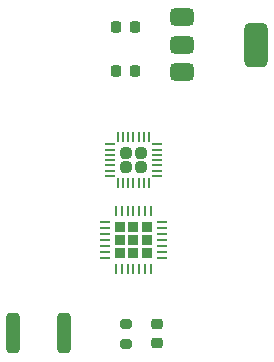
<source format=gbr>
%TF.GenerationSoftware,KiCad,Pcbnew,8.0.3*%
%TF.CreationDate,2024-07-10T12:56:16+05:30*%
%TF.ProjectId,Project_Rfid,50726f6a-6563-4745-9f52-6669642e6b69,rev?*%
%TF.SameCoordinates,Original*%
%TF.FileFunction,Paste,Top*%
%TF.FilePolarity,Positive*%
%FSLAX46Y46*%
G04 Gerber Fmt 4.6, Leading zero omitted, Abs format (unit mm)*
G04 Created by KiCad (PCBNEW 8.0.3) date 2024-07-10 12:56:16*
%MOMM*%
%LPD*%
G01*
G04 APERTURE LIST*
G04 Aperture macros list*
%AMRoundRect*
0 Rectangle with rounded corners*
0 $1 Rounding radius*
0 $2 $3 $4 $5 $6 $7 $8 $9 X,Y pos of 4 corners*
0 Add a 4 corners polygon primitive as box body*
4,1,4,$2,$3,$4,$5,$6,$7,$8,$9,$2,$3,0*
0 Add four circle primitives for the rounded corners*
1,1,$1+$1,$2,$3*
1,1,$1+$1,$4,$5*
1,1,$1+$1,$6,$7*
1,1,$1+$1,$8,$9*
0 Add four rect primitives between the rounded corners*
20,1,$1+$1,$2,$3,$4,$5,0*
20,1,$1+$1,$4,$5,$6,$7,0*
20,1,$1+$1,$6,$7,$8,$9,0*
20,1,$1+$1,$8,$9,$2,$3,0*%
%AMFreePoly0*
4,1,14,0.318306,0.106694,0.381694,0.043306,0.400000,-0.000888,0.400000,-0.062500,0.381694,-0.106694,0.337500,-0.125000,-0.337500,-0.125000,-0.381694,-0.106694,-0.400000,-0.062500,-0.400000,0.062500,-0.381694,0.106694,-0.337500,0.125000,0.274112,0.125000,0.318306,0.106694,0.318306,0.106694,$1*%
%AMFreePoly1*
4,1,14,0.381694,0.106694,0.400000,0.062500,0.400000,0.000888,0.381694,-0.043306,0.318306,-0.106694,0.274112,-0.125000,-0.337500,-0.125000,-0.381694,-0.106694,-0.400000,-0.062500,-0.400000,0.062500,-0.381694,0.106694,-0.337500,0.125000,0.337500,0.125000,0.381694,0.106694,0.381694,0.106694,$1*%
%AMFreePoly2*
4,1,14,0.106694,0.381694,0.125000,0.337500,0.125000,-0.337500,0.106694,-0.381694,0.062500,-0.400000,-0.062500,-0.400000,-0.106694,-0.381694,-0.125000,-0.337500,-0.125000,0.274112,-0.106694,0.318306,-0.043306,0.381694,0.000888,0.400000,0.062500,0.400000,0.106694,0.381694,0.106694,0.381694,$1*%
%AMFreePoly3*
4,1,14,0.043306,0.381694,0.106694,0.318306,0.125000,0.274112,0.125000,-0.337500,0.106694,-0.381694,0.062500,-0.400000,-0.062500,-0.400000,-0.106694,-0.381694,-0.125000,-0.337500,-0.125000,0.337500,-0.106694,0.381694,-0.062500,0.400000,-0.000888,0.400000,0.043306,0.381694,0.043306,0.381694,$1*%
%AMFreePoly4*
4,1,14,0.381694,0.106694,0.400000,0.062500,0.400000,-0.062500,0.381694,-0.106694,0.337500,-0.125000,-0.274112,-0.125000,-0.318306,-0.106694,-0.381694,-0.043306,-0.400000,0.000888,-0.400000,0.062500,-0.381694,0.106694,-0.337500,0.125000,0.337500,0.125000,0.381694,0.106694,0.381694,0.106694,$1*%
%AMFreePoly5*
4,1,14,0.381694,0.106694,0.400000,0.062500,0.400000,-0.062500,0.381694,-0.106694,0.337500,-0.125000,-0.337500,-0.125000,-0.381694,-0.106694,-0.400000,-0.062500,-0.400000,-0.000888,-0.381694,0.043306,-0.318306,0.106694,-0.274112,0.125000,0.337500,0.125000,0.381694,0.106694,0.381694,0.106694,$1*%
%AMFreePoly6*
4,1,14,0.106694,0.381694,0.125000,0.337500,0.125000,-0.274112,0.106694,-0.318306,0.043306,-0.381694,-0.000888,-0.400000,-0.062500,-0.400000,-0.106694,-0.381694,-0.125000,-0.337500,-0.125000,0.337500,-0.106694,0.381694,-0.062500,0.400000,0.062500,0.400000,0.106694,0.381694,0.106694,0.381694,$1*%
%AMFreePoly7*
4,1,14,0.106694,0.381694,0.125000,0.337500,0.125000,-0.337500,0.106694,-0.381694,0.062500,-0.400000,0.000888,-0.400000,-0.043306,-0.381694,-0.106694,-0.318306,-0.125000,-0.274112,-0.125000,0.337500,-0.106694,0.381694,-0.062500,0.400000,0.062500,0.400000,0.106694,0.381694,0.106694,0.381694,$1*%
G04 Aperture macros list end*
%ADD10RoundRect,0.225000X0.225000X0.250000X-0.225000X0.250000X-0.225000X-0.250000X0.225000X-0.250000X0*%
%ADD11RoundRect,0.375000X-0.625000X-0.375000X0.625000X-0.375000X0.625000X0.375000X-0.625000X0.375000X0*%
%ADD12RoundRect,0.500000X-0.500000X-1.400000X0.500000X-1.400000X0.500000X1.400000X-0.500000X1.400000X0*%
%ADD13RoundRect,0.225000X-0.225000X-0.225000X0.225000X-0.225000X0.225000X0.225000X-0.225000X0.225000X0*%
%ADD14RoundRect,0.062500X-0.337500X-0.062500X0.337500X-0.062500X0.337500X0.062500X-0.337500X0.062500X0*%
%ADD15RoundRect,0.062500X-0.062500X-0.337500X0.062500X-0.337500X0.062500X0.337500X-0.062500X0.337500X0*%
%ADD16RoundRect,0.218750X0.256250X-0.218750X0.256250X0.218750X-0.256250X0.218750X-0.256250X-0.218750X0*%
%ADD17RoundRect,0.242500X0.242500X0.242500X-0.242500X0.242500X-0.242500X-0.242500X0.242500X-0.242500X0*%
%ADD18FreePoly0,180.000000*%
%ADD19RoundRect,0.062500X0.337500X0.062500X-0.337500X0.062500X-0.337500X-0.062500X0.337500X-0.062500X0*%
%ADD20FreePoly1,180.000000*%
%ADD21FreePoly2,180.000000*%
%ADD22RoundRect,0.062500X0.062500X0.337500X-0.062500X0.337500X-0.062500X-0.337500X0.062500X-0.337500X0*%
%ADD23FreePoly3,180.000000*%
%ADD24FreePoly4,180.000000*%
%ADD25FreePoly5,180.000000*%
%ADD26FreePoly6,180.000000*%
%ADD27FreePoly7,180.000000*%
%ADD28RoundRect,0.200000X0.275000X-0.200000X0.275000X0.200000X-0.275000X0.200000X-0.275000X-0.200000X0*%
%ADD29RoundRect,0.250000X-0.312500X-1.450000X0.312500X-1.450000X0.312500X1.450000X-0.312500X1.450000X0*%
G04 APERTURE END LIST*
D10*
%TO.C,C3*%
X134239000Y-100076000D03*
X132689000Y-100076000D03*
%TD*%
D11*
%TO.C,U3*%
X138226000Y-95563500D03*
X138226000Y-97863500D03*
D12*
X144526000Y-97863500D03*
D11*
X138226000Y-100163500D03*
%TD*%
D13*
%TO.C,U2*%
X133016000Y-113270000D03*
X133016000Y-114390000D03*
X133016000Y-115510000D03*
X134136000Y-113270000D03*
X134136000Y-114390000D03*
X134136000Y-115510000D03*
X135256000Y-113270000D03*
X135256000Y-114390000D03*
X135256000Y-115510000D03*
D14*
X131686000Y-112890000D03*
X131686000Y-113390000D03*
X131686000Y-113890000D03*
X131686000Y-114390000D03*
X131686000Y-114890000D03*
X131686000Y-115390000D03*
X131686000Y-115890000D03*
D15*
X132636000Y-116840000D03*
X133136000Y-116840000D03*
X133636000Y-116840000D03*
X134136000Y-116840000D03*
X134636000Y-116840000D03*
X135136000Y-116840000D03*
X135636000Y-116840000D03*
D14*
X136586000Y-115890000D03*
X136586000Y-115390000D03*
X136586000Y-114890000D03*
X136586000Y-114390000D03*
X136586000Y-113890000D03*
X136586000Y-113390000D03*
X136586000Y-112890000D03*
D15*
X135636000Y-111940000D03*
X135136000Y-111940000D03*
X134636000Y-111940000D03*
X134136000Y-111940000D03*
X133636000Y-111940000D03*
X133136000Y-111940000D03*
X132636000Y-111940000D03*
%TD*%
D16*
%TO.C,D2*%
X136144000Y-123114000D03*
X136144000Y-121539000D03*
%TD*%
D17*
%TO.C,U1*%
X134736000Y-108240000D03*
X134736000Y-107040000D03*
X133536000Y-108240000D03*
X133536000Y-107040000D03*
D18*
X136086000Y-108990000D03*
D19*
X136086000Y-108540000D03*
X136086000Y-108090000D03*
X136086000Y-107640000D03*
X136086000Y-107190000D03*
X136086000Y-106740000D03*
D20*
X136086000Y-106290000D03*
D21*
X135486000Y-105690000D03*
D22*
X135036000Y-105690000D03*
X134586000Y-105690000D03*
X134136000Y-105690000D03*
X133686000Y-105690000D03*
X133236000Y-105690000D03*
D23*
X132786000Y-105690000D03*
D24*
X132186000Y-106290000D03*
D19*
X132186000Y-106740000D03*
X132186000Y-107190000D03*
X132186000Y-107640000D03*
X132186000Y-108090000D03*
X132186000Y-108540000D03*
D25*
X132186000Y-108990000D03*
D26*
X132786000Y-109590000D03*
D22*
X133236000Y-109590000D03*
X133686000Y-109590000D03*
X134136000Y-109590000D03*
X134586000Y-109590000D03*
X135036000Y-109590000D03*
D27*
X135486000Y-109590000D03*
%TD*%
D28*
%TO.C,R1*%
X133477000Y-123171500D03*
X133477000Y-121521500D03*
%TD*%
D10*
%TO.C,C4*%
X134239000Y-96393000D03*
X132689000Y-96393000D03*
%TD*%
D29*
%TO.C,D1*%
X123952000Y-122301000D03*
X128227000Y-122301000D03*
%TD*%
M02*

</source>
